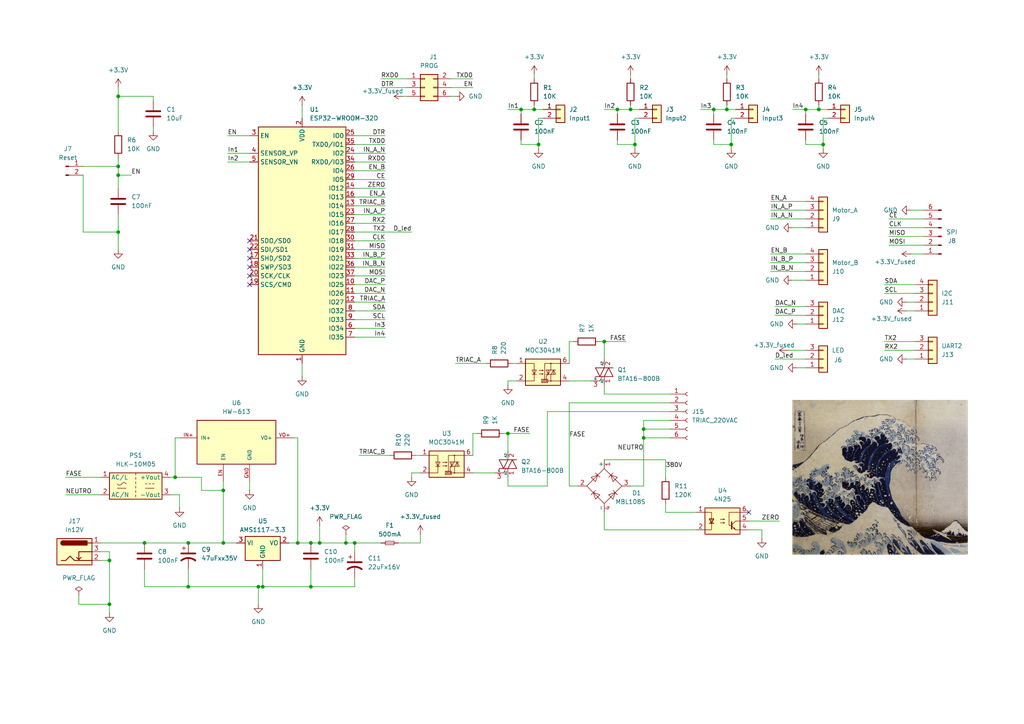
<source format=kicad_sch>
(kicad_sch (version 20231120) (generator "eeschema") (generator_version "8.0")
  (paper "A4")
  (junction (at 210.82 31.75))
  (junction (at 86.36 157.48))
  (junction (at 238.76 41.91))
  (junction (at 186.69 127))
  (junction (at 34.29 67.31))
  (junction (at 64.77 157.48))
  (junction (at 207.01 31.75))
  (junction (at 31.75 175.26))
  (junction (at 41.91 157.48))
  (junction (at 156.21 41.91))
  (junction (at 31.75 162.56))
  (junction (at 64.77 142.24))
  (junction (at 54.61 170.18))
  (junction (at 92.71 157.48))
  (junction (at 186.69 124.46))
  (junction (at 102.87 157.48))
  (junction (at 74.93 170.18))
  (junction (at 175.26 99.06))
  (junction (at 100.33 157.48))
  (junction (at 50.8 138.43))
  (junction (at 90.17 157.48))
  (junction (at 182.88 31.75))
  (junction (at 34.29 48.26))
  (junction (at 154.94 31.75))
  (junction (at 34.29 50.8))
  (junction (at 54.61 157.48))
  (junction (at 233.68 31.75))
  (junction (at 147.32 125.73))
  (junction (at 151.13 31.75))
  (junction (at 90.17 170.18))
  (junction (at 237.49 31.75))
  (junction (at 212.09 41.91))
  (junction (at 76.2 170.18))
  (junction (at 34.29 27.94))
  (junction (at 184.15 41.91))
  (junction (at 179.07 31.75))
  (no_connect (at 72.39 72.39))
  (no_connect (at 72.39 82.55))
  (no_connect (at 72.39 74.93))
  (no_connect (at 72.39 77.47))
  (no_connect (at 72.39 80.01))
  (no_connect (at 217.17 148.59))
  (no_connect (at 72.39 69.85))
  (wire (pts (xy 121.92 154.94) (xy 121.92 157.48)))
  (wire (pts (xy 76.2 170.18) (xy 90.17 170.18)))
  (wire (pts (xy 213.36 34.29) (xy 212.09 34.29)))
  (wire (pts (xy 72.39 139.7) (xy 72.39 142.24)))
  (wire (pts (xy 229.87 81.28) (xy 233.68 81.28)))
  (wire (pts (xy 83.82 157.48) (xy 86.36 157.48)))
  (wire (pts (xy 102.87 54.61) (xy 111.76 54.61)))
  (wire (pts (xy 111.76 59.69) (xy 102.87 59.69)))
  (wire (pts (xy 119.38 137.16) (xy 119.38 138.43)))
  (wire (pts (xy 179.07 40.64) (xy 179.07 41.91)))
  (wire (pts (xy 31.75 160.02) (xy 31.75 162.56)))
  (wire (pts (xy 137.16 22.86) (xy 130.81 22.86)))
  (wire (pts (xy 24.13 67.31) (xy 34.29 67.31)))
  (wire (pts (xy 217.17 151.13) (xy 226.06 151.13)))
  (wire (pts (xy 148.59 105.41) (xy 149.86 105.41)))
  (wire (pts (xy 207.01 41.91) (xy 212.09 41.91)))
  (wire (pts (xy 186.69 127) (xy 194.31 127)))
  (wire (pts (xy 175.26 133.35) (xy 193.04 133.35)))
  (wire (pts (xy 52.07 127) (xy 50.8 127)))
  (wire (pts (xy 111.76 87.63) (xy 102.87 87.63)))
  (wire (pts (xy 175.26 104.14) (xy 175.26 99.06)))
  (wire (pts (xy 193.04 146.05) (xy 193.04 148.59)))
  (wire (pts (xy 90.17 157.48) (xy 92.71 157.48)))
  (wire (pts (xy 92.71 152.4) (xy 92.71 157.48)))
  (wire (pts (xy 233.68 33.02) (xy 233.68 31.75)))
  (wire (pts (xy 257.81 68.58) (xy 267.97 68.58)))
  (wire (pts (xy 207.01 40.64) (xy 207.01 41.91)))
  (wire (pts (xy 31.75 162.56) (xy 29.21 162.56)))
  (wire (pts (xy 100.33 154.94) (xy 100.33 157.48)))
  (wire (pts (xy 102.87 157.48) (xy 102.87 160.02)))
  (wire (pts (xy 111.76 49.53) (xy 102.87 49.53)))
  (wire (pts (xy 74.93 170.18) (xy 74.93 175.26)))
  (wire (pts (xy 111.76 74.93) (xy 102.87 74.93)))
  (wire (pts (xy 210.82 31.75) (xy 213.36 31.75)))
  (wire (pts (xy 184.15 41.91) (xy 184.15 43.18)))
  (wire (pts (xy 111.76 82.55) (xy 102.87 82.55)))
  (wire (pts (xy 223.52 63.5) (xy 233.68 63.5)))
  (wire (pts (xy 86.36 127) (xy 86.36 157.48)))
  (wire (pts (xy 256.54 85.09) (xy 265.43 85.09)))
  (wire (pts (xy 66.04 39.37) (xy 72.39 39.37)))
  (wire (pts (xy 34.29 67.31) (xy 34.29 72.39)))
  (wire (pts (xy 224.79 88.9) (xy 233.68 88.9)))
  (wire (pts (xy 111.76 90.17) (xy 102.87 90.17)))
  (wire (pts (xy 54.61 170.18) (xy 74.93 170.18)))
  (wire (pts (xy 111.76 77.47) (xy 102.87 77.47)))
  (wire (pts (xy 64.77 142.24) (xy 64.77 157.48)))
  (wire (pts (xy 111.76 85.09) (xy 102.87 85.09)))
  (wire (pts (xy 238.76 34.29) (xy 238.76 41.91)))
  (wire (pts (xy 87.63 30.48) (xy 87.63 34.29)))
  (wire (pts (xy 102.87 97.79) (xy 111.76 97.79)))
  (wire (pts (xy 165.1 110.49) (xy 171.45 110.49)))
  (wire (pts (xy 186.69 140.97) (xy 186.69 127)))
  (wire (pts (xy 217.17 153.67) (xy 220.98 153.67)))
  (wire (pts (xy 223.52 73.66) (xy 233.68 73.66)))
  (wire (pts (xy 34.29 50.8) (xy 38.1 50.8)))
  (wire (pts (xy 58.42 138.43) (xy 58.42 142.24)))
  (wire (pts (xy 54.61 165.1) (xy 54.61 170.18)))
  (wire (pts (xy 54.61 157.48) (xy 64.77 157.48)))
  (wire (pts (xy 29.21 157.48) (xy 41.91 157.48)))
  (wire (pts (xy 31.75 175.26) (xy 31.75 162.56)))
  (wire (pts (xy 137.16 137.16) (xy 143.51 137.16)))
  (wire (pts (xy 34.29 50.8) (xy 34.29 54.61)))
  (wire (pts (xy 165.1 99.06) (xy 165.1 105.41)))
  (wire (pts (xy 66.04 46.99) (xy 72.39 46.99)))
  (wire (pts (xy 264.16 73.66) (xy 267.97 73.66)))
  (wire (pts (xy 58.42 142.24) (xy 64.77 142.24)))
  (wire (pts (xy 223.52 76.2) (xy 233.68 76.2)))
  (wire (pts (xy 115.57 157.48) (xy 121.92 157.48)))
  (wire (pts (xy 132.08 27.94) (xy 130.81 27.94)))
  (wire (pts (xy 102.87 170.18) (xy 102.87 167.64)))
  (wire (pts (xy 66.04 44.45) (xy 72.39 44.45)))
  (wire (pts (xy 229.87 31.75) (xy 233.68 31.75)))
  (wire (pts (xy 110.49 22.86) (xy 118.11 22.86)))
  (wire (pts (xy 34.29 48.26) (xy 34.29 50.8)))
  (wire (pts (xy 41.91 165.1) (xy 41.91 170.18)))
  (wire (pts (xy 165.1 116.84) (xy 194.31 116.84)))
  (wire (pts (xy 186.69 124.46) (xy 194.31 124.46)))
  (wire (pts (xy 137.16 25.4) (xy 130.81 25.4)))
  (wire (pts (xy 175.26 148.59) (xy 175.26 153.67)))
  (wire (pts (xy 175.26 153.67) (xy 201.93 153.67)))
  (wire (pts (xy 237.49 30.48) (xy 237.49 31.75)))
  (wire (pts (xy 100.33 157.48) (xy 102.87 157.48)))
  (wire (pts (xy 147.32 110.49) (xy 147.32 111.76)))
  (wire (pts (xy 264.16 60.96) (xy 267.97 60.96)))
  (wire (pts (xy 207.01 33.02) (xy 207.01 31.75)))
  (wire (pts (xy 224.79 91.44) (xy 233.68 91.44)))
  (wire (pts (xy 111.76 72.39) (xy 102.87 72.39)))
  (wire (pts (xy 34.29 62.23) (xy 34.29 67.31)))
  (wire (pts (xy 165.1 116.84) (xy 165.1 140.97)))
  (wire (pts (xy 90.17 170.18) (xy 102.87 170.18)))
  (wire (pts (xy 111.76 64.77) (xy 102.87 64.77)))
  (wire (pts (xy 156.21 41.91) (xy 156.21 43.18)))
  (wire (pts (xy 262.89 104.14) (xy 265.43 104.14)))
  (wire (pts (xy 102.87 95.25) (xy 111.76 95.25)))
  (wire (pts (xy 44.45 29.21) (xy 44.45 27.94)))
  (wire (pts (xy 19.05 138.43) (xy 29.21 138.43)))
  (wire (pts (xy 220.98 156.21) (xy 220.98 153.67)))
  (wire (pts (xy 262.89 87.63) (xy 265.43 87.63)))
  (wire (pts (xy 52.07 143.51) (xy 49.53 143.51)))
  (wire (pts (xy 111.76 92.71) (xy 102.87 92.71)))
  (wire (pts (xy 223.52 58.42) (xy 233.68 58.42)))
  (wire (pts (xy 175.26 99.06) (xy 181.61 99.06)))
  (wire (pts (xy 173.99 99.06) (xy 175.26 99.06)))
  (wire (pts (xy 257.81 66.04) (xy 267.97 66.04)))
  (wire (pts (xy 147.32 125.73) (xy 153.67 125.73)))
  (wire (pts (xy 237.49 21.59) (xy 237.49 22.86)))
  (wire (pts (xy 240.03 34.29) (xy 238.76 34.29)))
  (wire (pts (xy 185.42 34.29) (xy 184.15 34.29)))
  (wire (pts (xy 34.29 27.94) (xy 34.29 38.1)))
  (wire (pts (xy 166.37 99.06) (xy 165.1 99.06)))
  (wire (pts (xy 52.07 143.51) (xy 52.07 147.32)))
  (wire (pts (xy 212.09 41.91) (xy 212.09 43.18)))
  (wire (pts (xy 137.16 125.73) (xy 137.16 132.08)))
  (wire (pts (xy 29.21 160.02) (xy 31.75 160.02)))
  (wire (pts (xy 44.45 27.94) (xy 34.29 27.94)))
  (wire (pts (xy 138.43 125.73) (xy 137.16 125.73)))
  (wire (pts (xy 179.07 33.02) (xy 179.07 31.75)))
  (wire (pts (xy 157.48 34.29) (xy 156.21 34.29)))
  (wire (pts (xy 50.8 138.43) (xy 58.42 138.43)))
  (wire (pts (xy 179.07 41.91) (xy 184.15 41.91)))
  (wire (pts (xy 151.13 41.91) (xy 156.21 41.91)))
  (wire (pts (xy 92.71 157.48) (xy 100.33 157.48)))
  (wire (pts (xy 256.54 99.06) (xy 265.43 99.06)))
  (wire (pts (xy 156.21 34.29) (xy 156.21 41.91)))
  (wire (pts (xy 228.6 101.6) (xy 233.68 101.6)))
  (wire (pts (xy 64.77 157.48) (xy 68.58 157.48)))
  (wire (pts (xy 182.88 140.97) (xy 186.69 140.97)))
  (wire (pts (xy 119.38 137.16) (xy 121.92 137.16)))
  (wire (pts (xy 193.04 133.35) (xy 193.04 138.43)))
  (wire (pts (xy 147.32 130.81) (xy 147.32 125.73)))
  (wire (pts (xy 184.15 34.29) (xy 184.15 41.91)))
  (wire (pts (xy 22.86 172.72) (xy 22.86 175.26)))
  (wire (pts (xy 19.05 143.51) (xy 29.21 143.51)))
  (wire (pts (xy 158.75 140.97) (xy 147.32 140.97)))
  (wire (pts (xy 262.89 90.17) (xy 265.43 90.17)))
  (wire (pts (xy 154.94 31.75) (xy 157.48 31.75)))
  (wire (pts (xy 22.86 175.26) (xy 31.75 175.26)))
  (wire (pts (xy 210.82 30.48) (xy 210.82 31.75)))
  (wire (pts (xy 110.49 25.4) (xy 118.11 25.4)))
  (wire (pts (xy 50.8 138.43) (xy 49.53 138.43)))
  (wire (pts (xy 231.14 106.68) (xy 233.68 106.68)))
  (wire (pts (xy 186.69 124.46) (xy 186.69 127)))
  (wire (pts (xy 41.91 157.48) (xy 54.61 157.48)))
  (wire (pts (xy 111.76 52.07) (xy 102.87 52.07)))
  (wire (pts (xy 132.08 105.41) (xy 140.97 105.41)))
  (wire (pts (xy 34.29 25.4) (xy 34.29 27.94)))
  (wire (pts (xy 44.45 36.83) (xy 44.45 38.1)))
  (wire (pts (xy 223.52 60.96) (xy 233.68 60.96)))
  (wire (pts (xy 182.88 31.75) (xy 185.42 31.75)))
  (wire (pts (xy 102.87 157.48) (xy 110.49 157.48)))
  (wire (pts (xy 111.76 41.91) (xy 102.87 41.91)))
  (wire (pts (xy 120.65 132.08) (xy 121.92 132.08)))
  (wire (pts (xy 90.17 165.1) (xy 90.17 170.18)))
  (wire (pts (xy 147.32 31.75) (xy 151.13 31.75)))
  (wire (pts (xy 102.87 67.31) (xy 119.38 67.31)))
  (wire (pts (xy 175.26 31.75) (xy 179.07 31.75)))
  (wire (pts (xy 233.68 41.91) (xy 238.76 41.91)))
  (wire (pts (xy 154.94 30.48) (xy 154.94 31.75)))
  (wire (pts (xy 203.2 31.75) (xy 207.01 31.75)))
  (wire (pts (xy 154.94 21.59) (xy 154.94 22.86)))
  (wire (pts (xy 116.84 27.94) (xy 118.11 27.94)))
  (wire (pts (xy 182.88 21.59) (xy 182.88 22.86)))
  (wire (pts (xy 111.76 62.23) (xy 102.87 62.23)))
  (wire (pts (xy 111.76 69.85) (xy 102.87 69.85)))
  (wire (pts (xy 212.09 34.29) (xy 212.09 41.91)))
  (wire (pts (xy 194.31 121.92) (xy 186.69 121.92)))
  (wire (pts (xy 210.82 21.59) (xy 210.82 22.86)))
  (wire (pts (xy 151.13 33.02) (xy 151.13 31.75)))
  (wire (pts (xy 41.91 170.18) (xy 54.61 170.18)))
  (wire (pts (xy 147.32 138.43) (xy 147.32 140.97)))
  (wire (pts (xy 74.93 170.18) (xy 76.2 170.18)))
  (wire (pts (xy 175.26 114.3) (xy 175.26 111.76)))
  (wire (pts (xy 111.76 44.45) (xy 102.87 44.45)))
  (wire (pts (xy 175.26 114.3) (xy 194.31 114.3)))
  (wire (pts (xy 111.76 46.99) (xy 102.87 46.99)))
  (wire (pts (xy 76.2 165.1) (xy 76.2 170.18)))
  (wire (pts (xy 256.54 101.6) (xy 265.43 101.6)))
  (wire (pts (xy 257.81 63.5) (xy 267.97 63.5)))
  (wire (pts (xy 231.14 93.98) (xy 233.68 93.98)))
  (wire (pts (xy 186.69 121.92) (xy 186.69 124.46)))
  (wire (pts (xy 24.13 48.26) (xy 34.29 48.26)))
  (wire (pts (xy 87.63 105.41) (xy 87.63 109.22)))
  (wire (pts (xy 193.04 148.59) (xy 201.93 148.59)))
  (wire (pts (xy 31.75 177.8) (xy 31.75 175.26)))
  (wire (pts (xy 111.76 39.37) (xy 102.87 39.37)))
  (wire (pts (xy 238.76 41.91) (xy 238.76 43.18)))
  (wire (pts (xy 158.75 119.38) (xy 194.31 119.38)))
  (wire (pts (xy 257.81 71.12) (xy 267.97 71.12)))
  (wire (pts (xy 85.09 127) (xy 86.36 127)))
  (wire (pts (xy 256.54 82.55) (xy 265.43 82.55)))
  (wire (pts (xy 237.49 31.75) (xy 240.03 31.75)))
  (wire (pts (xy 34.29 45.72) (xy 34.29 48.26)))
  (wire (pts (xy 24.13 50.8) (xy 24.13 67.31)))
  (wire (pts (xy 165.1 140.97) (xy 167.64 140.97)))
  (wire (pts (xy 229.87 66.04) (xy 233.68 66.04)))
  (wire (pts (xy 223.52 78.74) (xy 233.68 78.74)))
  (wire (pts (xy 233.68 40.64) (xy 233.68 41.91)))
  (wire (pts (xy 147.32 110.49) (xy 149.86 110.49)))
  (wire (pts (xy 64.77 139.7) (xy 64.77 142.24)))
  (wire (pts (xy 104.14 132.08) (xy 113.03 132.08)))
  (wire (pts (xy 158.75 119.38) (xy 158.75 140.97)))
  (wire (pts (xy 224.79 104.14) (xy 233.68 104.14)))
  (wire (pts (xy 111.76 80.01) (xy 102.87 80.01)))
  (wire (pts (xy 146.05 125.73) (xy 147.32 125.73)))
  (wire (pts (xy 179.07 31.75) (xy 182.88 31.75)))
  (wire (pts (xy 86.36 157.48) (xy 90.17 157.48)))
  (wire (pts (xy 151.13 31.75) (xy 154.94 31.75)))
  (wire (pts (xy 151.13 40.64) (xy 151.13 41.91)))
  (wire (pts (xy 207.01 31.75) (xy 210.82 31.75)))
  (wire (pts (xy 111.76 57.15) (xy 102.87 57.15)))
  (wire (pts (xy 233.68 31.75) (xy 237.49 31.75)))
  (wire (pts (xy 50.8 127) (xy 50.8 138.43)))
  (wire (pts (xy 182.88 30.48) (xy 182.88 31.75)))
  (image (at 255.27 138.43) (scale 0.269018))
  (label "MOSI" (at 111.76 80.01 180))
  (label "In1" (at 147.32 31.75 0))
  (label "ZERO" (at 226.06 151.13 180))
  (label "In2" (at 66.04 46.99 0))
  (label "DAC_P" (at 224.79 91.44 0))
  (label "ZERO" (at 111.76 54.61 180))
  (label "RXD0" (at 111.76 46.99 180))
  (label "SCL" (at 256.54 85.09 0))
  (label "DAC_P" (at 111.76 82.55 180))
  (label "TXD0" (at 137.16 22.86 180))
  (label "In3" (at 111.76 95.25 180))
  (label "DAC_N" (at 111.76 85.09 180))
  (label "FASE" (at 19.05 138.43 0))
  (label "TX2" (at 256.54 99.06 0))
  (label "TXD0" (at 111.76 41.91 180))
  (label "IN_A_N" (at 111.76 44.45 180))
  (label "TX2" (at 111.76 67.31 180))
  (label "IN_A_P" (at 111.76 62.23 180))
  (label "RX2" (at 256.54 101.6 0))
  (label "In4" (at 111.76 97.79 180))
  (label "IN_B_P" (at 223.52 76.2 0))
  (label "SDA" (at 111.76 90.17 180))
  (label "EN" (at 66.04 39.37 0))
  (label "EN_B" (at 223.52 73.66 0))
  (label "EN" (at 137.16 25.4 180))
  (label "SDA" (at 256.54 82.55 0))
  (label "IN_B_P" (at 111.76 74.93 180))
  (label "In2" (at 175.26 31.75 0))
  (label "IN_B_N" (at 111.76 77.47 180))
  (label "In1" (at 66.04 44.45 0))
  (label "NEUTRO" (at 186.69 130.81 180))
  (label "RX2" (at 111.76 64.77 180))
  (label "TRIAC_B" (at 111.76 59.69 180))
  (label "380V" (at 193.04 135.89 0))
  (label "FASE" (at 181.61 99.06 180))
  (label "DTR" (at 111.76 39.37 180))
  (label "EN" (at 38.1 50.8 0))
  (label "CE" (at 257.81 63.5 0))
  (label "TRIAC_B" (at 104.14 132.08 0))
  (label "DTR" (at 110.49 25.4 0))
  (label "EN_A" (at 111.76 57.15 180))
  (label "EN_A" (at 223.52 58.42 0))
  (label "CE" (at 111.76 52.07 180))
  (label "NEUTRO" (at 19.05 143.51 0))
  (label "D_led" (at 224.79 104.14 0))
  (label "IN_B_N" (at 223.52 78.74 0))
  (label "DAC_N" (at 224.79 88.9 0))
  (label "MOSI" (at 257.81 71.12 0))
  (label "In3" (at 203.2 31.75 0))
  (label "CLK" (at 257.81 66.04 0))
  (label "TRIAC_A" (at 132.08 105.41 0))
  (label "CLK" (at 111.76 69.85 180))
  (label "FASE" (at 153.67 125.73 180))
  (label "FASE" (at 165.1 127 0))
  (label "SCL" (at 111.76 92.71 180))
  (label "IN_A_N" (at 223.52 63.5 0))
  (label "TRIAC_A" (at 111.76 87.63 180))
  (label "MISO" (at 111.76 72.39 180))
  (label "D_led" (at 119.38 67.31 180))
  (label "RXD0" (at 110.49 22.86 0))
  (label "IN_A_P" (at 223.52 60.96 0))
  (label "In4" (at 229.87 31.75 0))
  (label "MISO" (at 257.81 68.58 0))
  (label "EN_B" (at 111.76 49.53 180))
  (symbol (lib_id "Connector_Generic:Conn_01x04") (at 270.51 87.63 0) (mirror x) (unit 1)
    (property "Reference" "J11" (at 273.05 87.6301 0) (effects (justify left)))
    (property "Value" "I2C" (at 273.05 85.0901 0) (effects (justify left)))
    (property "Footprint" "Connector_Molex:Molex_SL_171971-0004_1x04_P2.54mm_Vertical" (effects (hide yes)))
    (property "Description" "Generic connector, single row, 01x04, script generated (kicad-library-utils/schlib/autogen/connector/)" (effects (hide yes)))
  )
  (symbol (lib_id "power:GND") (at 132.08 27.94 90) (unit 1)
    (property "Reference" "#PWR08" (effects (hide yes)))
    (property "Value" "GND" (at 135.89 27.9401 90) (effects (justify right)))
    (property "Description" "Power symbol creates a global label with name \"GND\" , ground" (effects (hide yes)))
  )
  (symbol (lib_id "Connector_Generic:Conn_01x04") (at 238.76 63.5 0) (mirror x) (unit 1)
    (property "Reference" "J9" (at 241.3 63.5001 0) (effects (justify left)))
    (property "Value" "Motor_A" (at 241.3 60.9601 0) (effects (justify left)))
    (property "Footprint" "Connector_Molex:Molex_SL_171971-0004_1x04_P2.54mm_Vertical" (effects (hide yes)))
    (property "Description" "Generic connector, single row, 01x04, script generated (kicad-library-utils/schlib/autogen/connector/)" (effects (hide yes)))
  )
  (symbol (lib_id "power:+3.3V") (at 121.92 154.94 0) (unit 1)
    (property "Reference" "#PWR028" (effects (hide yes)))
    (property "Value" "+3.3V_fused" (at 121.92 149.86 0))
    (property "Description" "Power symbol creates a global label with name \"+3.3V\"" (effects (hide yes)))
  )
  (symbol (lib_id "Connector_Generic:Conn_01x02") (at 162.56 31.75 0) (unit 1)
    (property "Reference" "J2" (at 165.1 31.7499 0) (effects (justify left)))
    (property "Value" "Input1" (at 165.1 34.2899 0) (effects (justify left)))
    (property "Footprint" "Connector_Molex:Molex_SL_171971-0002_1x02_P2.54mm_Vertical" (effects (hide yes)))
    (property "Description" "Generic connector, single row, 01x02, script generated (kicad-library-utils/schlib/autogen/connector/)" (effects (hide yes)))
  )
  (symbol (lib_id "power:GND") (at 147.32 111.76 0) (mirror y) (unit 1)
    (property "Reference" "#PWR027" (effects (hide yes)))
    (property "Value" "GND" (at 147.32 116.84 0))
    (property "Description" "Power symbol creates a global label with name \"GND\" , ground" (effects (hide yes)))
  )
  (symbol (lib_id "Connector_Generic:Conn_01x03") (at 270.51 101.6 0) (mirror x) (unit 1)
    (property "Reference" "J13" (at 273.05 102.8701 0) (effects (justify left)))
    (property "Value" "UART2" (at 273.05 100.3301 0) (effects (justify left)))
    (property "Footprint" "Connector_Molex:Molex_SL_171971-0003_1x03_P2.54mm_Vertical" (effects (hide yes)))
    (property "Description" "Generic connector, single row, 01x03, script generated (kicad-library-utils/schlib/autogen/connector/)" (effects (hide yes)))
  )
  (symbol (lib_id "Triac_Thyristor:BTA16-800B") (at 147.32 134.62 0) (unit 1)
    (property "Reference" "Q2" (at 151.13 133.9341 0) (effects (justify left)))
    (property "Value" "BTA16-800B" (at 151.13 136.4741 0) (effects (justify left)))
    (property "Footprint" "Package_TO_SOT_THT:TO-220-3_Vertical" (effects (hide yes)))
    (property "Datasheet" "https://www.st.com/resource/en/datasheet/bta16.pdf" (effects (hide yes)))
    (property "Description" "16A RMS, 800V Off-State Voltage, 50mA Sensitivity, Insulated, Triac, TO-220" (effects (hide yes)))
  )
  (symbol (lib_id "power:PWR_FLAG") (at 100.33 154.94 0) (unit 1)
    (property "Reference" "#FLG01" (effects (hide yes)))
    (property "Value" "PWR_FLAG" (at 100.33 149.86 0))
    (property "Description" "Special symbol for telling ERC where power comes from" (effects (hide yes)))
  )
  (symbol (lib_id "Device:C_Polarized_US") (at 102.87 163.83 0) (unit 1)
    (property "Reference" "C11" (at 106.68 161.9249 0) (effects (justify left)))
    (property "Value" "22uFx16V" (at 106.68 164.4649 0) (effects (justify left)))
    (property "Footprint" "Capacitor_Tantalum_SMD:CP_EIA-6032-28_Kemet-C_Pad2.25x2.35mm_HandSolder" (effects (hide yes)))
    (property "Description" "Polarized capacitor, US symbol" (effects (hide yes)))
  )
  (symbol (lib_id "power:+3.3V") (at 262.89 90.17 90) (mirror x) (unit 1)
    (property "Reference" "#PWR020" (effects (hide yes)))
    (property "Value" "+3.3V_fused" (at 258.572 92.456 90))
    (property "Description" "Power symbol creates a global label with name \"+3.3V\"" (effects (hide yes)))
  )
  (symbol (lib_id "Device:R") (at 116.84 132.08 90) (unit 1)
    (property "Reference" "R10" (at 115.5699 129.54 0) (effects (justify left)))
    (property "Value" "220" (at 118.1099 129.54 0) (effects (justify left)))
    (property "Footprint" "Resistor_SMD:R_0805_2012Metric_Pad1.20x1.40mm_HandSolder" (effects (hide yes)))
    (property "Description" "Resistor" (effects (hide yes)))
  )
  (symbol (lib_id "Triac_Thyristor:BTA16-800B") (at 175.26 107.95 0) (unit 1)
    (property "Reference" "Q1" (at 179.07 107.2641 0) (effects (justify left)))
    (property "Value" "BTA16-800B" (at 179.07 109.8041 0) (effects (justify left)))
    (property "Footprint" "Package_TO_SOT_THT:TO-220-3_Vertical" (effects (hide yes)))
    (property "Datasheet" "https://www.st.com/resource/en/datasheet/bta16.pdf" (effects (hide yes)))
    (property "Description" "16A RMS, 800V Off-State Voltage, 50mA Sensitivity, Insulated, Triac, TO-220" (effects (hide yes)))
  )
  (symbol (lib_id "power:GND") (at 34.29 72.39 0) (unit 1)
    (property "Reference" "#PWR017" (effects (hide yes)))
    (property "Value" "GND" (at 34.29 77.47 0))
    (property "Description" "Power symbol creates a global label with name \"GND\" , ground" (effects (hide yes)))
  )
  (symbol (lib_id "power:GND") (at 52.07 147.32 0) (unit 1)
    (property "Reference" "#PWR034" (effects (hide yes)))
    (property "Value" "GND" (at 52.07 152.4 0))
    (property "Description" "Power symbol creates a global label with name \"GND\" , ground" (effects (hide yes)))
  )
  (symbol (lib_id "Connector_Generic:Conn_01x02") (at 190.5 31.75 0) (unit 1)
    (property "Reference" "J3" (at 193.04 31.7499 0) (effects (justify left)))
    (property "Value" "Input2" (at 193.04 34.2899 0) (effects (justify left)))
    (property "Footprint" "Connector_Molex:Molex_SL_171971-0002_1x02_P2.54mm_Vertical" (effects (hide yes)))
    (property "Description" "Generic connector, single row, 01x02, script generated (kicad-library-utils/schlib/autogen/connector/)" (effects (hide yes)))
  )
  (symbol (lib_id "Diode_Bridge:MBL108S") (at 175.26 140.97 90) (unit 1)
    (property "Reference" "D1" (at 184.658 143.002 90))
    (property "Value" "MBL108S" (at 182.88 145.542 90))
    (property "Footprint" "Diode_SMD:Diode_Bridge_Vishay_DFS" (effects (hide yes)))
    (property "Datasheet" "http://www.vishay.com/docs/89959/mbl104s.pdf" (effects (hide yes)))
    (property "Description" "Miniature Glass Passivated Single-Phase Surface Mount Bridge Rectifiers, 560V Vrms, 1.0A If, MBLS SMD package" (effects (hide yes)))
  )
  (symbol (lib_id "power:GND") (at 229.87 81.28 270) (unit 1)
    (property "Reference" "#PWR022" (effects (hide yes)))
    (property "Value" "GND" (at 226.06 81.2799 90) (effects (justify right)))
    (property "Description" "Power symbol creates a global label with name \"GND\" , ground" (effects (hide yes)))
  )
  (symbol (lib_id "power:+3.3V") (at 210.82 21.59 0) (unit 1)
    (property "Reference" "#PWR03" (effects (hide yes)))
    (property "Value" "+3.3V" (at 210.82 16.51 0))
    (property "Description" "Power symbol creates a global label with name \"+3.3V\"" (effects (hide yes)))
  )
  (symbol (lib_id "Device:C") (at 44.45 33.02 0) (unit 1)
    (property "Reference" "C1" (at 48.26 31.7499 0) (effects (justify left)))
    (property "Value" "10uF" (at 48.26 34.2899 0) (effects (justify left)))
    (property "Footprint" "Capacitor_SMD:C_0805_2012Metric_Pad1.18x1.45mm_HandSolder" (effects (hide yes)))
    (property "Description" "Unpolarized capacitor" (effects (hide yes)))
  )
  (symbol (lib_id "power:GND") (at 184.15 43.18 0) (unit 1)
    (property "Reference" "#PWR012" (effects (hide yes)))
    (property "Value" "GND" (at 184.15 48.26 0))
    (property "Description" "Power symbol creates a global label with name \"GND\" , ground" (effects (hide yes)))
  )
  (symbol (lib_id "power:GND") (at 238.76 43.18 0) (unit 1)
    (property "Reference" "#PWR014" (effects (hide yes)))
    (property "Value" "GND" (at 238.76 48.26 0))
    (property "Description" "Power symbol creates a global label with name \"GND\" , ground" (effects (hide yes)))
  )
  (symbol (lib_id "power:GND") (at 87.63 109.22 0) (unit 1)
    (property "Reference" "#PWR026" (effects (hide yes)))
    (property "Value" "GND" (at 87.63 114.3 0))
    (property "Description" "Power symbol creates a global label with name \"GND\" , ground" (effects (hide yes)))
  )
  (symbol (lib_id "HW-613:HW-613") (at 69.85 124.46 0) (unit 1)
    (property "Reference" "U6" (at 68.58 116.84 0))
    (property "Value" "HW-613" (at 68.58 119.38 0))
    (property "Footprint" "v0.1:HW-613" (effects (hide yes)))
    (property "MF" "NTE Electronics, Inc" (effects (hide yes)))
    (property "Description_1" "\nRESISTOR 1/2W METAL FILM FLAMEPROOF 13M OHM 2% AXIAL LEAD | NTE Electronics Inc. HW613\n" (effects (hide yes)))
    (property "Package" "Axial NTE Electronics, Inc" (effects (hide yes)))
    (property "Price" "None" (effects (hide yes)))
    (property "SnapEDA_Link" "https://www.snapeda.com/parts/HW613/NTE+Electronics/view-part/?ref=snap" (effects (hide yes)))
    (property "MP" "HW613" (effects (hide yes)))
    (property "Availability" "In Stock" (effects (hide yes)))
    (property "Check_prices" "https://www.snapeda.com/parts/HW613/NTE+Electronics/view-part/?ref=eda" (effects (hide yes)))
  )
  (symbol (lib_id "Device:R") (at 154.94 26.67 0) (unit 1)
    (property "Reference" "R1" (at 157.48 25.3999 0) (effects (justify left)))
    (property "Value" "10K" (at 157.48 27.9399 0) (effects (justify left)))
    (property "Footprint" "Resistor_SMD:R_0805_2012Metric_Pad1.20x1.40mm_HandSolder" (effects (hide yes)))
    (property "Description" "Resistor" (effects (hide yes)))
  )
  (symbol (lib_id "Device:C") (at 41.91 161.29 0) (unit 1)
    (property "Reference" "C8" (at 45.72 160.0199 0) (effects (justify left)))
    (property "Value" "100nF" (at 45.72 162.5599 0) (effects (justify left)))
    (property "Footprint" "Capacitor_SMD:C_0805_2012Metric_Pad1.18x1.45mm_HandSolder" (effects (hide yes)))
    (property "Description" "Unpolarized capacitor" (effects (hide yes)))
  )
  (symbol (lib_id "power:GND") (at 119.38 138.43 0) (mirror y) (unit 1)
    (property "Reference" "#PWR029" (effects (hide yes)))
    (property "Value" "GND" (at 119.38 143.51 0))
    (property "Description" "Power symbol creates a global label with name \"GND\" , ground" (effects (hide yes)))
  )
  (symbol (lib_id "Regulator_Linear:AMS1117-3.3") (at 76.2 157.48 0) (unit 1)
    (property "Reference" "U5" (at 76.2 151.13 0))
    (property "Value" "AMS1117-3.3" (at 76.2 153.67 0))
    (property "Footprint" "Package_TO_SOT_SMD:SOT-223-3_TabPin2" (effects (hide yes)))
    (property "Datasheet" "http://www.advanced-monolithic.com/pdf/ds1117.pdf" (effects (hide yes)))
    (property "Description" "1A Low Dropout regulator, positive, 3.3V fixed output, SOT-223" (effects (hide yes)))
  )
  (symbol (lib_id "power:+3.3V") (at 182.88 21.59 0) (unit 1)
    (property "Reference" "#PWR02" (effects (hide yes)))
    (property "Value" "+3.3V" (at 182.88 16.51 0))
    (property "Description" "Power symbol creates a global label with name \"+3.3V\"" (effects (hide yes)))
  )
  (symbol (lib_id "power:+3.3V") (at 237.49 21.59 0) (unit 1)
    (property "Reference" "#PWR04" (effects (hide yes)))
    (property "Value" "+3.3V" (at 237.49 16.51 0))
    (property "Description" "Power symbol creates a global label with name \"+3.3V\"" (effects (hide yes)))
  )
  (symbol (lib_id "power:GND") (at 220.98 156.21 0) (unit 1)
    (property "Reference" "#PWR030" (effects (hide yes)))
    (property "Value" "GND" (at 220.98 161.29 0))
    (property "Description" "Power symbol creates a global label with name \"GND\" , ground" (effects (hide yes)))
  )
  (symbol (lib_id "power:GND") (at 72.39 142.24 0) (unit 1)
    (property "Reference" "#PWR025" (effects (hide yes)))
    (property "Value" "GND" (at 72.39 147.32 0))
    (property "Description" "Power symbol creates a global label with name \"GND\" , ground" (effects (hide yes)))
  )
  (symbol (lib_id "Connector_Generic:Conn_01x02") (at 218.44 31.75 0) (unit 1)
    (property "Reference" "J4" (at 220.98 31.7499 0) (effects (justify left)))
    (property "Value" "Input3" (at 220.98 34.2899 0) (effects (justify left)))
    (property "Footprint" "Connector_Molex:Molex_SL_171971-0002_1x02_P2.54mm_Vertical" (effects (hide yes)))
    (property "Description" "Generic connector, single row, 01x02, script generated (kicad-library-utils/schlib/autogen/connector/)" (effects (hide yes)))
  )
  (symbol (lib_id "Device:R") (at 34.29 41.91 0) (unit 1)
    (property "Reference" "R6" (at 36.83 40.6399 0) (effects (justify left)))
    (property "Value" "10K" (at 36.83 43.1799 0) (effects (justify left)))
    (property "Footprint" "Resistor_SMD:R_0805_2012Metric_Pad1.20x1.40mm_HandSolder" (effects (hide yes)))
    (property "Description" "Resistor" (effects (hide yes)))
  )
  (symbol (lib_id "Connector:Conn_01x02_Pin") (at 19.05 48.26 0) (unit 1)
    (property "Reference" "J7" (at 19.685 43.18 0))
    (property "Value" "Reset" (at 19.685 45.72 0))
    (property "Footprint" "Connector_PinHeader_2.54mm:PinHeader_1x02_P2.54mm_Vertical" (effects (hide yes)))
    (property "Description" "Generic connector, single row, 01x02, script generated" (effects (hide yes)))
  )
  (symbol (lib_id "power:GND") (at 231.14 93.98 270) (mirror x) (unit 1)
    (property "Reference" "#PWR023" (effects (hide yes)))
    (property "Value" "GND" (at 227.33 93.9801 90) (effects (justify right)))
    (property "Description" "Power symbol creates a global label with name \"GND\" , ground" (effects (hide yes)))
  )
  (symbol (lib_id "power:GND") (at 156.21 43.18 0) (unit 1)
    (property "Reference" "#PWR011" (effects (hide yes)))
    (property "Value" "GND" (at 156.21 48.26 0))
    (property "Description" "Power symbol creates a global label with name \"GND\" , ground" (effects (hide yes)))
  )
  (symbol (lib_id "Device:R") (at 182.88 26.67 0) (unit 1)
    (property "Reference" "R2" (at 185.42 25.3999 0) (effects (justify left)))
    (property "Value" "10K" (at 185.42 27.9399 0) (effects (justify left)))
    (property "Footprint" "Resistor_SMD:R_0805_2012Metric_Pad1.20x1.40mm_HandSolder" (effects (hide yes)))
    (property "Description" "Resistor" (effects (hide yes)))
  )
  (symbol (lib_id "Connector_Generic:Conn_01x04") (at 238.76 78.74 0) (mirror x) (unit 1)
    (property "Reference" "J10" (at 241.3 78.7401 0) (effects (justify left)))
    (property "Value" "Motor_B" (at 241.3 76.2001 0) (effects (justify left)))
    (property "Footprint" "Connector_Molex:Molex_SL_171971-0004_1x04_P2.54mm_Vertical" (effects (hide yes)))
    (property "Description" "Generic connector, single row, 01x04, script generated (kicad-library-utils/schlib/autogen/connector/)" (effects (hide yes)))
  )
  (symbol (lib_id "power:+3.3V") (at 228.6 101.6 90) (mirror x) (unit 1)
    (property "Reference" "#PWR015" (effects (hide yes)))
    (property "Value" "+3.3V_fused" (at 224.536 100.076 90))
    (property "Description" "Power symbol creates a global label with name \"+3.3V\"" (effects (hide yes)))
  )
  (symbol (lib_id "Relay_SolidState:MOC3041M") (at 157.48 107.95 0) (unit 1)
    (property "Reference" "U2" (at 157.48 99.06 0))
    (property "Value" "MOC3041M" (at 157.48 101.6 0))
    (property "Footprint" "Package_DIP:SMDIP-6_W9.53mm" (effects (hide yes)))
    (property "Datasheet" "https://www.onsemi.com/pub/Collateral/MOC3043M-D.pdf" (effects (hide yes)))
    (property "Description" "Zero Cross Opto-Triac, Vdrm 400V, Ift 15mA, DIP6" (effects (hide yes)))
  )
  (symbol (lib_id "Relay_SolidState:MOC3041M") (at 129.54 134.62 0) (unit 1)
    (property "Reference" "U3" (at 129.54 125.73 0))
    (property "Value" "MOC3041M" (at 129.54 128.27 0))
    (property "Footprint" "Package_DIP:SMDIP-6_W9.53mm" (effects (hide yes)))
    (property "Datasheet" "https://www.onsemi.com/pub/Collateral/MOC3043M-D.pdf" (effects (hide yes)))
    (property "Description" "Zero Cross Opto-Triac, Vdrm 400V, Ift 15mA, DIP6" (effects (hide yes)))
  )
  (symbol (lib_id "Device:R") (at 170.18 99.06 90) (unit 1)
    (property "Reference" "R7" (at 168.9099 96.52 0) (effects (justify left)))
    (property "Value" "1K" (at 171.4499 96.52 0) (effects (justify left)))
    (property "Footprint" "Resistor_SMD:R_0805_2012Metric_Pad1.20x1.40mm_HandSolder" (effects (hide yes)))
    (property "Description" "Resistor" (effects (hide yes)))
  )
  (symbol (lib_id "power:GND") (at 74.93 175.26 0) (unit 1)
    (property "Reference" "#PWR032" (effects (hide yes)))
    (property "Value" "GND" (at 74.93 180.34 0))
    (property "Description" "Power symbol creates a global label with name \"GND\" , ground" (effects (hide yes)))
  )
  (symbol (lib_id "power:GND") (at 262.89 104.14 270) (mirror x) (unit 1)
    (property "Reference" "#PWR024" (effects (hide yes)))
    (property "Value" "GND" (at 259.08 104.1401 90) (effects (justify right)))
    (property "Description" "Power symbol creates a global label with name \"GND\" , ground" (effects (hide yes)))
  )
  (symbol (lib_id "power:+3.3V") (at 154.94 21.59 0) (unit 1)
    (property "Reference" "#PWR01" (effects (hide yes)))
    (property "Value" "+3.3V" (at 154.94 16.51 0))
    (property "Description" "Power symbol creates a global label with name \"+3.3V\"" (effects (hide yes)))
  )
  (symbol (lib_id "Connector_Generic:Conn_01x02") (at 245.11 31.75 0) (unit 1)
    (property "Reference" "J5" (at 247.65 31.7499 0) (effects (justify left)))
    (property "Value" "Input4" (at 247.65 34.2899 0) (effects (justify left)))
    (property "Footprint" "Connector_Molex:Molex_SL_171971-0002_1x02_P2.54mm_Vertical" (effects (hide yes)))
    (property "Description" "Generic connector, single row, 01x02, script generated (kicad-library-utils/schlib/autogen/connector/)" (effects (hide yes)))
  )
  (symbol (lib_id "power:+3.3V") (at 87.63 30.48 0) (unit 1)
    (property "Reference" "#PWR09" (effects (hide yes)))
    (property "Value" "+3.3V" (at 87.63 25.4 0))
    (property "Description" "Power symbol creates a global label with name \"+3.3V\"" (effects (hide yes)))
  )
  (symbol (lib_id "power:GND") (at 229.87 66.04 270) (unit 1)
    (property "Reference" "#PWR018" (effects (hide yes)))
    (property "Value" "GND" (at 226.06 66.0399 90) (effects (justify right)))
    (property "Description" "Power symbol creates a global label with name \"GND\" , ground" (effects (hide yes)))
  )
  (symbol (lib_id "power:+3.3V") (at 92.71 152.4 0) (unit 1)
    (property "Reference" "#PWR031" (effects (hide yes)))
    (property "Value" "+3.3V" (at 92.71 147.32 0))
    (property "Description" "Power symbol creates a global label with name \"+3.3V\"" (effects (hide yes)))
  )
  (symbol (lib_id "Converter_ACDC:HLK-10M05") (at 39.37 140.97 0) (unit 1)
    (property "Reference" "PS1" (at 39.37 132.08 0))
    (property "Value" "HLK-10M05" (at 39.37 134.62 0))
    (property "Footprint" "Converter_ACDC:Converter_ACDC_Hi-Link_HLK-10Mxx" (effects (hide yes)))
    (property "Datasheet" "http://h.hlktech.com/download/ACDC%E7%94%B5%E6%BA%90%E6%A8%A1%E5%9D%9710W%E7%B3%BB%E5%88%97/1/%E6%B5%B7%E5%87%8C%E7%A7%9110W%E7%B3%BB%E5%88%97%E7%94%B5%E6%BA%90%E6%A8%A1%E5%9D%97%E8%A7%84%E6%A0%BC%E4%B9%A6V1.8.pdf" (effects (hide yes)))
    (property "Description" "Compact AC/DC board mount power module 10W 5V" (effects (hide yes)))
  )
  (symbol (lib_id "Connector_Generic:Conn_01x03") (at 238.76 104.14 0) (mirror x) (unit 1)
    (property "Reference" "J6" (at 243.078 104.394 0))
    (property "Value" "LED" (at 243.078 101.6 0))
    (property "Footprint" "Connector_Molex:Molex_SL_171971-0003_1x03_P2.54mm_Vertical" (effects (hide yes)))
    (property "Description" "Generic connector, single row, 01x03, script generated (kicad-library-utils/schlib/autogen/connector/)" (effects (hide yes)))
  )
  (symbol (lib_id "power:+3.3V") (at 34.29 25.4 0) (unit 1)
    (property "Reference" "#PWR06" (effects (hide yes)))
    (property "Value" "+3.3V" (at 34.29 20.32 0))
    (property "Description" "Power symbol creates a global label with name \"+3.3V\"" (effects (hide yes)))
  )
  (symbol (lib_id "power:GND") (at 212.09 43.18 0) (unit 1)
    (property "Reference" "#PWR013" (effects (hide yes)))
    (property "Value" "GND" (at 212.09 48.26 0))
    (property "Description" "Power symbol creates a global label with name \"GND\" , ground" (effects (hide yes)))
  )
  (symbol (lib_id "power:+3.3V") (at 264.16 73.66 90) (mirror x) (unit 1)
    (property "Reference" "#PWR016" (effects (hide yes)))
    (property "Value" "+3.3V_fused" (at 259.588 75.946 90))
    (property "Description" "Power symbol creates a global label with name \"+3.3V\"" (effects (hide yes)))
  )
  (symbol (lib_id "power:+3.3V") (at 116.84 27.94 90) (mirror x) (unit 1)
    (property "Reference" "#PWR07" (effects (hide yes)))
    (property "Value" "+3.3V_fused" (at 110.998 26.416 90))
    (property "Description" "Power symbol creates a global label with name \"+3.3V\"" (effects (hide yes)))
  )
  (symbol (lib_id "Device:C_Polarized_US") (at 54.61 161.29 0) (unit 1)
    (property "Reference" "C9" (at 58.42 159.3849 0) (effects (justify left)))
    (property "Value" "47uFxx35V" (at 58.42 161.9249 0) (effects (justify left)))
    (property "Footprint" "Capacitor_Tantalum_SMD:CP_EIA-6032-28_Kemet-C_Pad2.25x2.35mm_HandSolder" (effects (hide yes)))
    (property "Description" "Polarized capacitor, US symbol" (effects (hide yes)))
  )
  (symbol (lib_id "Device:Fuse_Small") (at 113.03 157.48 0) (unit 1)
    (property "Reference" "F1" (at 113.03 152.4 0))
    (property "Value" "500mA" (at 113.03 154.94 0))
    (property "Footprint" "Fuse:Fuse_1206_3216Metric_Pad1.42x1.75mm_HandSolder" (effects (hide yes)))
    (property "Description" "Fuse, small symbol" (effects (hide yes)))
  )
  (symbol (lib_id "power:PWR_FLAG") (at 22.86 172.72 0) (unit 1)
    (property "Reference" "#FLG02" (effects (hide yes)))
    (property "Value" "PWR_FLAG" (at 22.86 167.64 0))
    (property "Description" "Special symbol for telling ERC where power comes from" (effects (hide yes)))
  )
  (symbol (lib_id "Connector_Generic:Conn_02x03_Odd_Even") (at 123.19 25.4 0) (unit 1)
    (property "Reference" "J1" (at 125.73 16.51 0))
    (property "Value" "PROG" (at 124.46 19.05 0))
    (property "Footprint" "Connector_PinHeader_2.54mm:PinHeader_2x03_P2.54mm_Vertical" (effects (hide yes)))
    (property "Description" "Generic connector, double row, 02x03, odd/even pin numbering scheme (row 1 odd numbers, row 2 even numbers), script generated (kicad-library-utils/schlib/autogen/connector/)" (effects (hide yes)))
  )
  (symbol (lib_id "Device:R") (at 210.82 26.67 0) (unit 1)
    (property "Reference" "R3" (at 213.36 25.3999 0) (effects (justify left)))
    (property "Value" "10K" (at 213.36 27.9399 0) (effects (justify left)))
    (property "Footprint" "Resistor_SMD:R_0805_2012Metric_Pad1.20x1.40mm_HandSolder" (effects (hide yes)))
    (property "Description" "Resistor" (effects (hide yes)))
  )
  (symbol (lib_id "Connector:Conn_01x06_Pin") (at 273.05 68.58 180) (unit 1)
    (property "Reference" "J8" (at 276.098 69.85 0))
    (property "Value" "SPI" (at 276.098 67.31 0))
    (property "Footprint" "Connector_PinHeader_2.54mm:PinHeader_1x06_P2.54mm_Vertical" (effects (hide yes)))
    (property "Description" "Generic connector, single row, 01x06, script generated" (effects (hide yes)))
  )
  (symbol (lib_id "Connector_Generic:Conn_01x03") (at 238.76 91.44 0) (mirror x) (unit 1)
    (property "Reference" "J12" (at 241.3 92.7101 0) (effects (justify left)))
    (property "Value" "DAC" (at 241.3 90.1701 0) (effects (justify left)))
    (property "Footprint" "Connector_Molex:Molex_SL_171971-0003_1x03_P2.54mm_Vertical" (effects (hide yes)))
    (property "Description" "Generic connector, single row, 01x03, script generated (kicad-library-utils/schlib/autogen/connector/)" (effects (hide yes)))
  )
  (symbol (lib_id "Connector:Barrel_Jack_Switch") (at 21.59 160.02 0) (unit 1)
    (property "Reference" "J17" (at 21.59 151.13 0))
    (property "Value" "In12V" (at 21.59 153.67 0))
    (property "Footprint" "Connector_BarrelJack:BarrelJack_Horizontal" (effects (hide yes)))
    (property "Description" "DC Barrel Jack with an internal switch" (effects (hide yes)))
  )
  (symbol (lib_id "power:GND") (at 231.14 106.68 270) (mirror x) (unit 1)
    (property "Reference" "#PWR05" (effects (hide yes)))
    (property "Value" "GND" (at 227.33 106.6801 90) (effects (justify right)))
    (property "Description" "Power symbol creates a global label with name \"GND\" , ground" (effects (hide yes)))
  )
  (symbol (lib_id "power:GND") (at 264.16 60.96 270) (mirror x) (unit 1)
    (property "Reference" "#PWR019" (effects (hide yes)))
    (property "Value" "GND" (at 260.35 60.9601 90) (effects (justify right)))
    (property "Description" "Power symbol creates a global label with name \"GND\" , ground" (effects (hide yes)))
  )
  (symbol (lib_id "Device:C") (at 151.13 36.83 0) (unit 1)
    (property "Reference" "C2" (at 154.94 35.5599 0) (effects (justify left)))
    (property "Value" "100nF" (at 154.94 38.0999 0) (effects (justify left)))
    (property "Footprint" "Capacitor_SMD:C_0805_2012Metric_Pad1.18x1.45mm_HandSolder" (effects (hide yes)))
    (property "Description" "Unpolarized capacitor" (effects (hide yes)))
  )
  (symbol (lib_id "Device:R") (at 237.49 26.67 0) (unit 1)
    (property "Reference" "R4" (at 240.03 25.3999 0) (effects (justify left)))
    (property "Value" "10K" (at 240.03 27.9399 0) (effects (justify left)))
    (property "Footprint" "Resistor_SMD:R_0805_2012Metric_Pad1.20x1.40mm_HandSolder" (effects (hide yes)))
    (property "Description" "Resistor" (effects (hide yes)))
  )
  (symbol (lib_id "power:GND") (at 262.89 87.63 270) (mirror x) (unit 1)
    (property "Reference" "#PWR021" (effects (hide yes)))
    (property "Value" "GND" (at 259.08 87.6301 90) (effects (justify right)))
    (property "Description" "Power symbol creates a global label with name \"GND\" , ground" (effects (hide yes)))
  )
  (symbol (lib_id "power:GND") (at 31.75 177.8 0) (unit 1)
    (property "Reference" "#PWR033" (effects (hide yes)))
    (property "Value" "GND" (at 31.75 182.88 0))
    (property "Description" "Power symbol creates a global label with name \"GND\" , ground" (effects (hide yes)))
  )
  (symbol (lib_id "Device:C") (at 207.01 36.83 0) (unit 1)
    (property "Reference" "C4" (at 210.82 35.5599 0) (effects (justify left)))
    (property "Value" "100nF" (at 210.82 38.0999 0) (effects (justify left)))
    (property "Footprint" "Capacitor_SMD:C_0805_2012Metric_Pad1.18x1.45mm_HandSolder" (effects (hide yes)))
    (property "Description" "Unpolarized capacitor" (effects (hide yes)))
  )
  (symbol (lib_id "Device:R") (at 142.24 125.73 90) (unit 1)
    (property "Reference" "R9" (at 140.9699 123.19 0) (effects (justify left)))
    (property "Value" "1K" (at 143.5099 123.19 0) (effects (justify left)))
    (property "Footprint" "Resistor_SMD:R_0805_2012Metric_Pad1.20x1.40mm_HandSolder" (effects (hide yes)))
    (property "Description" "Resistor" (effects (hide yes)))
  )
  (symbol (lib_id "Device:C") (at 233.68 36.83 0) (unit 1)
    (property "Reference" "C5" (at 237.49 35.5599 0) (effects (justify left)))
    (property "Value" "100nF" (at 237.49 38.0999 0) (effects (justify left)))
    (property "Footprint" "Capacitor_SMD:C_0805_2012Metric_Pad1.18x1.45mm_HandSolder" (effects (hide yes)))
    (property "Description" "Unpolarized capacitor" (effects (hide yes)))
  )
  (symbol (lib_id "Device:C") (at 90.17 161.29 0) (unit 1)
    (property "Reference" "C10" (at 93.98 160.0199 0) (effects (justify left)))
    (property "Value" "100nF" (at 93.98 162.5599 0) (effects (justify left)))
    (property "Footprint" "Capacitor_SMD:C_0805_2012Metric_Pad1.18x1.45mm_HandSolder" (effects (hide yes)))
    (property "Description" "Unpolarized capacitor" (effects (hide yes)))
  )
  (symbol (lib_id "Device:R") (at 193.04 142.24 0) (unit 1)
    (property "Reference" "R11" (at 195.58 140.9699 0) (effects (justify left)))
    (property "Value" "120K" (at 195.58 143.5099 0) (effects (justify left)))
    (property "Footprint" "Resistor_SMD:R_0805_2012Metric_Pad1.20x1.40mm_HandSolder" (effects (hide yes)))
    (property "Description" "Resistor" (effects (hide yes)))
  )
  (symbol (lib_id "Device:C") (at 34.29 58.42 0) (unit 1)
    (property "Reference" "C7" (at 38.1 57.1499 0) (effects (justify left)))
    (property "Value" "100nF" (at 38.1 59.6899 0) (effects (justify left)))
    (property "Footprint" "Capacitor_SMD:C_0805_2012Metric_Pad1.18x1.45mm_HandSolder" (effects (hide yes)))
    (property "Description" "Unpolarized capacitor" (effects (hide yes)))
  )
  (symbol (lib_id "Device:C") (at 179.07 36.83 0) (unit 1)
    (property "Reference" "C3" (at 182.88 35.5599 0) (effects (justify left)))
    (property "Value" "100nF" (at 182.88 38.0999 0) (effects (justify left)))
    (property "Footprint" "Capacitor_SMD:C_0805_2012Metric_Pad1.18x1.45mm_HandSolder" (effects (hide yes)))
    (property "Description" "Unpolarized capacitor" (effects (hide yes)))
  )
  (symbol (lib_id "Device:R") (at 144.78 105.41 90) (unit 1)
    (property "Reference" "R8" (at 143.5099 102.87 0) (effects (justify left)))
    (property "Value" "220" (at 146.0499 102.87 0) (effects (justify left)))
    (property "Footprint" "Resistor_SMD:R_0805_2012Metric_Pad1.20x1.40mm_HandSolder" (effects (hide yes)))
    (property "Description" "Resistor" (effects (hide yes)))
  )
  (symbol (lib_id "Connector:Conn_01x06_Socket") (at 199.39 119.38 0) (unit 1)
    (property "Reference" "J15" (at 200.66 119.3799 0) (effects (justify left)))
    (property "Value" "TRIAC_220VAC" (at 200.66 121.92 0) (effects (justify left)))
    (property "Footprint" "Connector_Molex:Molex_Mini-Fit_Jr_5569-06A2_2x03_P4.20mm_Horizontal" (effects (hide yes)))
    (property "Description" "Generic connector, single row, 01x06, script generated" (effects (hide yes)))
  )
  (symbol (lib_id "RF_Module:ESP32-WROOM-32D") (at 87.63 69.85 0) (unit 1)
    (property "Reference" "U1" (at 89.8241 31.75 0) (effects (justify left)))
    (property "Value" "ESP32-WROOM-32D" (at 89.8241 34.29 0) (effects (justify left)))
    (property "Footprint" "RF_Module:ESP32-WROOM-32D" (effects (hide yes)))
    (property "Datasheet" "https://www.espressif.com/sites/default/files/documentation/esp32-wroom-32d_esp32-wroom-32u_datasheet_en.pdf" (effects (hide yes)))
    (property "Description" "RF Module, ESP32-D0WD SoC, Wi-Fi 802.11b/g/n, Bluetooth, BLE, 32-bit, 2.7-3.6V, onboard antenna, SMD" (effects (hide yes)))
  )
  (symbol (lib_id "Isolator:4N25") (at 209.55 151.13 0) (unit 1)
    (property "Reference" "U4" (at 209.55 142.24 0))
    (property "Value" "4N25" (at 209.55 144.78 0))
    (property "Footprint" "Package_DIP:SMDIP-6_W9.53mm" (effects (hide yes)))
    (property "Datasheet" "https://www.vishay.com/docs/83725/4n25.pdf" (effects (hide yes)))
    (property "Description" "DC Optocoupler Base Connected, Vce 30V, CTR 20%, Viso 2500V, DIP6" (effects (hide yes)))
  )
  (symbol (lib_id "power:GND") (at 44.45 38.1 0) (unit 1)
    (property "Reference" "#PWR010" (effects (hide yes)))
    (property "Value" "GND" (at 44.45 43.18 0))
    (property "Description" "Power symbol creates a global label with name \"GND\" , ground" (effects (hide yes)))
  )
)
</source>
